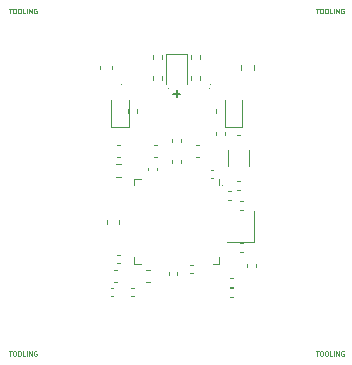
<source format=gto>
%TF.GenerationSoftware,KiCad,Pcbnew,(5.1.9)-1*%
%TF.CreationDate,2021-01-04T01:20:58+08:00*%
%TF.ProjectId,akami,616b616d-692e-46b6-9963-61645f706362,rev?*%
%TF.SameCoordinates,Original*%
%TF.FileFunction,Legend,Top*%
%TF.FilePolarity,Positive*%
%FSLAX46Y46*%
G04 Gerber Fmt 4.6, Leading zero omitted, Abs format (unit mm)*
G04 Created by KiCad (PCBNEW (5.1.9)-1) date 2021-01-04 01:20:58*
%MOMM*%
%LPD*%
G01*
G04 APERTURE LIST*
%ADD10C,0.120000*%
%ADD11C,0.150000*%
%ADD12C,0.070000*%
G04 APERTURE END LIST*
D10*
X-650000Y6275000D02*
G75*
G03*
X-650000Y6275000I-50000J0D01*
G01*
X2850000Y6275000D02*
G75*
G03*
X2850000Y6275000I-50000J0D01*
G01*
D11*
X-304761Y5817857D02*
X304761Y5817857D01*
X0Y5513095D02*
X0Y6122619D01*
D10*
X2850000Y6600000D02*
G75*
G03*
X2850000Y6600000I-50000J0D01*
G01*
X-4675000Y6600000D02*
G75*
G03*
X-4675000Y6600000I-50000J0D01*
G01*
X3900000Y-1950000D02*
G75*
G03*
X3900000Y-1950000I-50000J0D01*
G01*
%TO.C,Y2*%
X4375000Y1025000D02*
X4375000Y-325000D01*
X6125000Y1025000D02*
X6125000Y-325000D01*
%TO.C,R2*%
X-5137258Y-1222500D02*
X-4662742Y-1222500D01*
X-5137258Y-177500D02*
X-4662742Y-177500D01*
%TO.C,R11*%
X5477500Y8287258D02*
X5477500Y7812742D01*
X6522500Y8287258D02*
X6522500Y7812742D01*
%TO.C,C16*%
X-5034420Y-9115000D02*
X-5315580Y-9115000D01*
X-5034420Y-10135000D02*
X-5315580Y-10135000D01*
%TO.C,C22*%
X4562164Y-9790000D02*
X4777836Y-9790000D01*
X4562164Y-10510000D02*
X4777836Y-10510000D01*
%TO.C,R4*%
X380000Y228641D02*
X380000Y-78641D01*
X-380000Y228641D02*
X-380000Y-78641D01*
%TO.C,R3*%
X2020000Y7323641D02*
X2020000Y7016359D01*
X1260000Y7323641D02*
X1260000Y7016359D01*
%TO.C,R10*%
X-2020000Y9103641D02*
X-2020000Y8796359D01*
X-1260000Y9103641D02*
X-1260000Y8796359D01*
%TO.C,Y1*%
X4250000Y-6775000D02*
X6550000Y-6775000D01*
X6550000Y-6775000D02*
X6550000Y-4075000D01*
%TO.C,U1*%
X3610000Y-1390000D02*
X3610000Y-1950000D01*
X-3610000Y-1390000D02*
X-3050000Y-1390000D01*
X-3610000Y-1390000D02*
X-3610000Y-1950000D01*
X-3610000Y-8610000D02*
X-3610000Y-8050000D01*
X-3610000Y-8610000D02*
X-3050000Y-8610000D01*
X3610000Y-8610000D02*
X3050000Y-8610000D01*
X3610000Y-8610000D02*
X3610000Y-8050000D01*
%TO.C,R9*%
X1260000Y9103641D02*
X1260000Y8796359D01*
X2020000Y9103641D02*
X2020000Y8796359D01*
%TO.C,R8*%
X3320000Y4503641D02*
X3320000Y4196359D01*
X4080000Y4503641D02*
X4080000Y4196359D01*
%TO.C,R7*%
X4080000Y2286359D02*
X4080000Y2593641D01*
X3320000Y2286359D02*
X3320000Y2593641D01*
%TO.C,R6*%
X-2020000Y7323641D02*
X-2020000Y7016359D01*
X-1260000Y7323641D02*
X-1260000Y7016359D01*
%TO.C,R5*%
X-4080000Y4503641D02*
X-4080000Y4196359D01*
X-3320000Y4503641D02*
X-3320000Y4196359D01*
%TO.C,L3*%
X-4840000Y-5200279D02*
X-4840000Y-4874721D01*
X-5860000Y-5200279D02*
X-5860000Y-4874721D01*
%TO.C,D3*%
X5535000Y3015000D02*
X5535000Y5300000D01*
X4065000Y3015000D02*
X5535000Y3015000D01*
X4065000Y5300000D02*
X4065000Y3015000D01*
%TO.C,D2*%
X850000Y9200000D02*
X850000Y6650000D01*
X-850000Y9200000D02*
X-850000Y6650000D01*
X850000Y9200000D02*
X-850000Y9200000D01*
%TO.C,D1*%
X-4065000Y3015000D02*
X-4065000Y5300000D01*
X-5535000Y3015000D02*
X-4065000Y3015000D01*
X-5535000Y5300000D02*
X-5535000Y3015000D01*
%TO.C,C21*%
X-4759420Y1510000D02*
X-5040580Y1510000D01*
X-4759420Y490000D02*
X-5040580Y490000D01*
%TO.C,C20*%
X1659420Y1510000D02*
X1940580Y1510000D01*
X1659420Y490000D02*
X1940580Y490000D01*
%TO.C,C19*%
X-360000Y1957836D02*
X-360000Y1742164D01*
X360000Y1957836D02*
X360000Y1742164D01*
%TO.C,C18*%
X5362836Y2290000D02*
X5147164Y2290000D01*
X5362836Y3010000D02*
X5147164Y3010000D01*
%TO.C,C17*%
X5357836Y-1590000D02*
X5142164Y-1590000D01*
X5357836Y-2310000D02*
X5142164Y-2310000D01*
%TO.C,C15*%
X-5372164Y-10615000D02*
X-5587836Y-10615000D01*
X-5372164Y-11335000D02*
X-5587836Y-11335000D01*
%TO.C,C14*%
X-6510000Y8190580D02*
X-6510000Y7909420D01*
X-5490000Y8190580D02*
X-5490000Y7909420D01*
%TO.C,C13*%
X-1940580Y490000D02*
X-1659420Y490000D01*
X-1940580Y1510000D02*
X-1659420Y1510000D01*
%TO.C,C12*%
X-660000Y-9292164D02*
X-660000Y-9507836D01*
X60000Y-9292164D02*
X60000Y-9507836D01*
%TO.C,C11*%
X6700000Y-8602164D02*
X6700000Y-8817836D01*
X5980000Y-8602164D02*
X5980000Y-8817836D01*
%TO.C,C10*%
X2912164Y-1360000D02*
X3127836Y-1360000D01*
X2912164Y-640000D02*
X3127836Y-640000D01*
%TO.C,C9*%
X1357836Y-8660000D02*
X1142164Y-8660000D01*
X1357836Y-9380000D02*
X1142164Y-9380000D01*
%TO.C,C8*%
X-3812836Y-11335000D02*
X-3597164Y-11335000D01*
X-3812836Y-10615000D02*
X-3597164Y-10615000D01*
%TO.C,C7*%
X5392164Y-4010000D02*
X5607836Y-4010000D01*
X5392164Y-3290000D02*
X5607836Y-3290000D01*
%TO.C,C6*%
X5607836Y-6840000D02*
X5392164Y-6840000D01*
X5607836Y-7560000D02*
X5392164Y-7560000D01*
%TO.C,C5*%
X4562164Y-11360000D02*
X4777836Y-11360000D01*
X4562164Y-10640000D02*
X4777836Y-10640000D01*
%TO.C,C4*%
X4612836Y-2440000D02*
X4397164Y-2440000D01*
X4612836Y-3160000D02*
X4397164Y-3160000D01*
%TO.C,C3*%
X-5012836Y-8535000D02*
X-4797164Y-8535000D01*
X-5012836Y-7815000D02*
X-4797164Y-7815000D01*
%TO.C,C2*%
X-2390000Y-442164D02*
X-2390000Y-657836D01*
X-1670000Y-442164D02*
X-1670000Y-657836D01*
%TO.C,C1*%
X-2284420Y-9115000D02*
X-2565580Y-9115000D01*
X-2284420Y-10135000D02*
X-2565580Y-10135000D01*
%TO.C,REF\u002A\u002A*%
D12*
X11800000Y13019047D02*
X12028571Y13019047D01*
X11914285Y12619047D02*
X11914285Y13019047D01*
X12238095Y13019047D02*
X12314285Y13019047D01*
X12352380Y13000000D01*
X12390476Y12961904D01*
X12409523Y12885714D01*
X12409523Y12752380D01*
X12390476Y12676190D01*
X12352380Y12638095D01*
X12314285Y12619047D01*
X12238095Y12619047D01*
X12200000Y12638095D01*
X12161904Y12676190D01*
X12142857Y12752380D01*
X12142857Y12885714D01*
X12161904Y12961904D01*
X12200000Y13000000D01*
X12238095Y13019047D01*
X12657142Y13019047D02*
X12733333Y13019047D01*
X12771428Y13000000D01*
X12809523Y12961904D01*
X12828571Y12885714D01*
X12828571Y12752380D01*
X12809523Y12676190D01*
X12771428Y12638095D01*
X12733333Y12619047D01*
X12657142Y12619047D01*
X12619047Y12638095D01*
X12580952Y12676190D01*
X12561904Y12752380D01*
X12561904Y12885714D01*
X12580952Y12961904D01*
X12619047Y13000000D01*
X12657142Y13019047D01*
X13190476Y12619047D02*
X13000000Y12619047D01*
X13000000Y13019047D01*
X13323809Y12619047D02*
X13323809Y13019047D01*
X13514285Y12619047D02*
X13514285Y13019047D01*
X13742857Y12619047D01*
X13742857Y13019047D01*
X14142857Y13000000D02*
X14104761Y13019047D01*
X14047619Y13019047D01*
X13990476Y13000000D01*
X13952380Y12961904D01*
X13933333Y12923809D01*
X13914285Y12847619D01*
X13914285Y12790476D01*
X13933333Y12714285D01*
X13952380Y12676190D01*
X13990476Y12638095D01*
X14047619Y12619047D01*
X14085714Y12619047D01*
X14142857Y12638095D01*
X14161904Y12657142D01*
X14161904Y12790476D01*
X14085714Y12790476D01*
X11800000Y-15980952D02*
X12028571Y-15980952D01*
X11914285Y-16380952D02*
X11914285Y-15980952D01*
X12238095Y-15980952D02*
X12314285Y-15980952D01*
X12352380Y-16000000D01*
X12390476Y-16038095D01*
X12409523Y-16114285D01*
X12409523Y-16247619D01*
X12390476Y-16323809D01*
X12352380Y-16361904D01*
X12314285Y-16380952D01*
X12238095Y-16380952D01*
X12200000Y-16361904D01*
X12161904Y-16323809D01*
X12142857Y-16247619D01*
X12142857Y-16114285D01*
X12161904Y-16038095D01*
X12200000Y-16000000D01*
X12238095Y-15980952D01*
X12657142Y-15980952D02*
X12733333Y-15980952D01*
X12771428Y-16000000D01*
X12809523Y-16038095D01*
X12828571Y-16114285D01*
X12828571Y-16247619D01*
X12809523Y-16323809D01*
X12771428Y-16361904D01*
X12733333Y-16380952D01*
X12657142Y-16380952D01*
X12619047Y-16361904D01*
X12580952Y-16323809D01*
X12561904Y-16247619D01*
X12561904Y-16114285D01*
X12580952Y-16038095D01*
X12619047Y-16000000D01*
X12657142Y-15980952D01*
X13190476Y-16380952D02*
X13000000Y-16380952D01*
X13000000Y-15980952D01*
X13323809Y-16380952D02*
X13323809Y-15980952D01*
X13514285Y-16380952D02*
X13514285Y-15980952D01*
X13742857Y-16380952D01*
X13742857Y-15980952D01*
X14142857Y-16000000D02*
X14104761Y-15980952D01*
X14047619Y-15980952D01*
X13990476Y-16000000D01*
X13952380Y-16038095D01*
X13933333Y-16076190D01*
X13914285Y-16152380D01*
X13914285Y-16209523D01*
X13933333Y-16285714D01*
X13952380Y-16323809D01*
X13990476Y-16361904D01*
X14047619Y-16380952D01*
X14085714Y-16380952D01*
X14142857Y-16361904D01*
X14161904Y-16342857D01*
X14161904Y-16209523D01*
X14085714Y-16209523D01*
X-14200000Y-15980952D02*
X-13971428Y-15980952D01*
X-14085714Y-16380952D02*
X-14085714Y-15980952D01*
X-13761904Y-15980952D02*
X-13685714Y-15980952D01*
X-13647619Y-16000000D01*
X-13609523Y-16038095D01*
X-13590476Y-16114285D01*
X-13590476Y-16247619D01*
X-13609523Y-16323809D01*
X-13647619Y-16361904D01*
X-13685714Y-16380952D01*
X-13761904Y-16380952D01*
X-13800000Y-16361904D01*
X-13838095Y-16323809D01*
X-13857142Y-16247619D01*
X-13857142Y-16114285D01*
X-13838095Y-16038095D01*
X-13800000Y-16000000D01*
X-13761904Y-15980952D01*
X-13342857Y-15980952D02*
X-13266666Y-15980952D01*
X-13228571Y-16000000D01*
X-13190476Y-16038095D01*
X-13171428Y-16114285D01*
X-13171428Y-16247619D01*
X-13190476Y-16323809D01*
X-13228571Y-16361904D01*
X-13266666Y-16380952D01*
X-13342857Y-16380952D01*
X-13380952Y-16361904D01*
X-13419047Y-16323809D01*
X-13438095Y-16247619D01*
X-13438095Y-16114285D01*
X-13419047Y-16038095D01*
X-13380952Y-16000000D01*
X-13342857Y-15980952D01*
X-12809523Y-16380952D02*
X-13000000Y-16380952D01*
X-13000000Y-15980952D01*
X-12676190Y-16380952D02*
X-12676190Y-15980952D01*
X-12485714Y-16380952D02*
X-12485714Y-15980952D01*
X-12257142Y-16380952D01*
X-12257142Y-15980952D01*
X-11857142Y-16000000D02*
X-11895238Y-15980952D01*
X-11952380Y-15980952D01*
X-12009523Y-16000000D01*
X-12047619Y-16038095D01*
X-12066666Y-16076190D01*
X-12085714Y-16152380D01*
X-12085714Y-16209523D01*
X-12066666Y-16285714D01*
X-12047619Y-16323809D01*
X-12009523Y-16361904D01*
X-11952380Y-16380952D01*
X-11914285Y-16380952D01*
X-11857142Y-16361904D01*
X-11838095Y-16342857D01*
X-11838095Y-16209523D01*
X-11914285Y-16209523D01*
X-14200000Y13019047D02*
X-13971428Y13019047D01*
X-14085714Y12619047D02*
X-14085714Y13019047D01*
X-13761904Y13019047D02*
X-13685714Y13019047D01*
X-13647619Y13000000D01*
X-13609523Y12961904D01*
X-13590476Y12885714D01*
X-13590476Y12752380D01*
X-13609523Y12676190D01*
X-13647619Y12638095D01*
X-13685714Y12619047D01*
X-13761904Y12619047D01*
X-13800000Y12638095D01*
X-13838095Y12676190D01*
X-13857142Y12752380D01*
X-13857142Y12885714D01*
X-13838095Y12961904D01*
X-13800000Y13000000D01*
X-13761904Y13019047D01*
X-13342857Y13019047D02*
X-13266666Y13019047D01*
X-13228571Y13000000D01*
X-13190476Y12961904D01*
X-13171428Y12885714D01*
X-13171428Y12752380D01*
X-13190476Y12676190D01*
X-13228571Y12638095D01*
X-13266666Y12619047D01*
X-13342857Y12619047D01*
X-13380952Y12638095D01*
X-13419047Y12676190D01*
X-13438095Y12752380D01*
X-13438095Y12885714D01*
X-13419047Y12961904D01*
X-13380952Y13000000D01*
X-13342857Y13019047D01*
X-12809523Y12619047D02*
X-13000000Y12619047D01*
X-13000000Y13019047D01*
X-12676190Y12619047D02*
X-12676190Y13019047D01*
X-12485714Y12619047D02*
X-12485714Y13019047D01*
X-12257142Y12619047D01*
X-12257142Y13019047D01*
X-11857142Y13000000D02*
X-11895238Y13019047D01*
X-11952380Y13019047D01*
X-12009523Y13000000D01*
X-12047619Y12961904D01*
X-12066666Y12923809D01*
X-12085714Y12847619D01*
X-12085714Y12790476D01*
X-12066666Y12714285D01*
X-12047619Y12676190D01*
X-12009523Y12638095D01*
X-11952380Y12619047D01*
X-11914285Y12619047D01*
X-11857142Y12638095D01*
X-11838095Y12657142D01*
X-11838095Y12790476D01*
X-11914285Y12790476D01*
%TD*%
M02*

</source>
